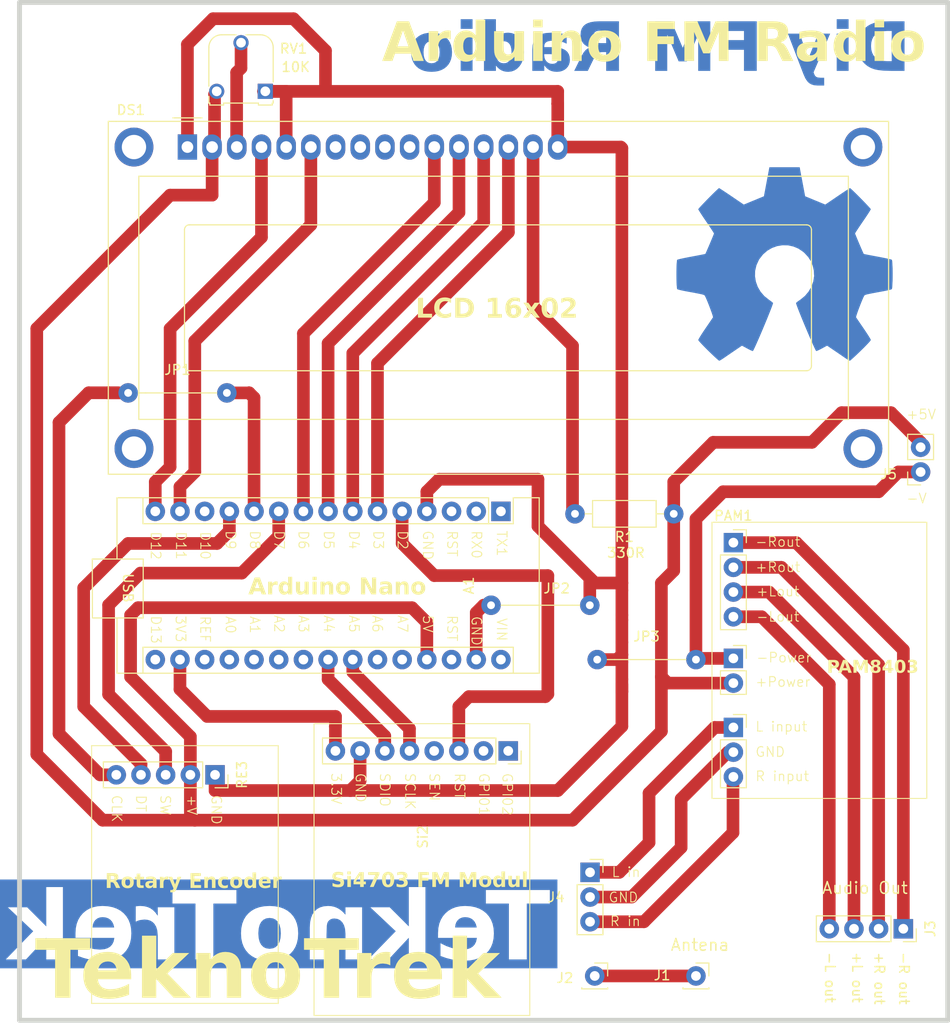
<source format=kicad_pcb>
(kicad_pcb (version 20240108) (generator "pcbnew") (generator_version "8.0")
  (title_block (title "https://www.youtube.com/watch?v=up5PCYIprFo") (date "2024-10-07") (company "https://www.youtube.com/watch?v=up5PCYIprFo"))
  (layers (0 "F.Cu" signal) (31 "B.Cu" signal) (34 "B.Paste" user) (35 "F.Paste" user) (36 "B.SilkS" user "B.Silkscreen") (37 "F.SilkS" user "F.Silkscreen") (38 "B.Mask" user) (39 "F.Mask" user) (44 "Edge.Cuts" user))
  (net 0 "")
  (net 1 "Net-(A1-D4)")
  (net 6 "Net-(A1-D5)")
  (net 7 "Net-(A1-D6)")
  (net 11 "Net-(A1-D11)")
  (net 17 "Net-(A1-D3)")
  (net 21 "Net-(A1-D12)")
  (net 22 "Net-(DS1-VO)")
  (net 23 "Net-(DS1-LED(+))")
  (net 30 "Net-(A1-3V3)")
  (net 31 "Net-(A1-A4)")
  (net 32 "Net-(A1-A5)")
  (net 33 "Net-(A1-D2)")
  (net 34 "Net-(A1-D7)")
  (net 35 "Net-(A1-D8)")
  (net 36 "Net-(A1-D9)")
  (net 37 "Net-(JP1-A)")
  (net 38 "Net-(DS1-LED(-))")
  (net 39 "Net-(A1-+5V)")
  (net 40 "Net-(JP2-A)")
  (net 41 "Net-(J1-Pin_1)")
  (net 42 "Net-(J3-Pin_3)")
  (net 43 "Net-(J3-Pin_2)")
  (net 44 "Net-(J3-Pin_4)")
  (net 45 "Net-(J3-Pin_1)")
  (net 46 "Net-(J4-Pin_1)")
  (net 47 "Net-(J4-Pin_3)")
  (net 48 "Net-(J4-Pin_2)")
  (net 49 "Net-(J5-Pin_1)")
  (footprint "Display:WC1602A" (layer "F.Cu") (at 97.286 47.62054)
    (property "Reference" "DS1" (at -5.82 -3.81 0) (layer "F.SilkS"))
    (property "Value" "WC1602A")
    (pad "" thru_hole circle (at -5.4991 0) (size 4 4) (drill 2.5) (layers "*.Cu" "*.Mask"))
    (pad "" thru_hole circle (at -5.4991 31.0007) (size 4 4) (drill 2.5) (layers "*.Cu" "*.Mask"))
    (pad "" thru_hole circle (at 69.49948 31.0007) (size 4 4) (drill 2.5) (layers "*.Cu" "*.Mask"))
    (pad "" thru_hole circle (at 69.5 0) (size 4 4) (drill 2.5) (layers "*.Cu" "*.Mask"))
    (pad "1" thru_hole rect (at 0 0) (size 2 2.6) (drill 1.2) (layers "*.Cu" "*.Mask") (net 38 "Net-(DS1-LED(-))"))
    (pad "2" thru_hole oval (at 2.54 0) (size 2 2.6) (drill 1.2) (layers "*.Cu" "*.Mask") (net 39 "Net-(A1-+5V)"))
    (pad "3" thru_hole oval (at 5.08 0) (size 2 2.6) (drill 1.2) (layers "*.Cu" "*.Mask") (net 22 "Net-(DS1-VO)"))
    (pad "4" thru_hole oval (at 7.62 0) (size 2 2.6) (drill 1.2) (layers "*.Cu" "*.Mask") (net 21 "Net-(A1-D12)"))
    (pad "5" thru_hole oval (at 10.16 0) (size 2 2.6) (drill 1.2) (layers "*.Cu" "*.Mask") (net 38 "Net-(DS1-LED(-))"))
    (pad "6" thru_hole oval (at 12.7 0) (size 2 2.6) (drill 1.2) (layers "*.Cu" "*.Mask") (net 11 "Net-(A1-D11)"))
    (pad "7" thru_hole oval (at 15.24 0) (size 2 2.6) (drill 1.2) (layers "*.Cu" "*.Mask"))
    (pad "8" thru_hole oval (at 17.78 0) (size 2 2.6) (drill 1.2) (layers "*.Cu" "*.Mask"))
    (pad "9" thru_hole oval (at 20.32 0) (size 2 2.6) (drill 1.2) (layers "*.Cu" "*.Mask"))
    (pad "10" thru_hole oval (at 22.86 0) (size 2 2.6) (drill 1.2) (layers "*.Cu" "*.Mask"))
    (pad "11" thru_hole oval (at 25.4 0) (size 2 2.6) (drill 1.2) (layers "*.Cu" "*.Mask") (net 7 "Net-(A1-D6)"))
    (pad "12" thru_hole oval (at 27.94 0) (size 2 2.6) (drill 1.2) (layers "*.Cu" "*.Mask") (net 6 "Net-(A1-D5)"))
    (pad "13" thru_hole oval (at 30.48 0) (size 2 2.6) (drill 1.2) (layers "*.Cu" "*.Mask") (net 1 "Net-(A1-D4)"))
    (pad "14" thru_hole oval (at 33.02 0) (size 2 2.6) (drill 1.2) (layers "*.Cu" "*.Mask") (net 17 "Net-(A1-D3)"))
    (pad "15" thru_hole oval (at 35.56 0) (size 2 2.6) (drill 1.2) (layers "*.Cu" "*.Mask") (net 23 "Net-(DS1-LED(+))"))
    (pad "16" thru_hole oval (at 38.1 0) (size 2 2.6) (drill 1.2) (layers "*.Cu" "*.Mask") (net 38 "Net-(DS1-LED(-))"))
  )
  (footprint "Connector_PinSocket_2.54mm:PinSocket_1x01_P2.54mm_Vertical" (layer "F.Cu") (at 139.192 132.842)
    (property "Reference" "J2" (at -3.067 0.208 0) (layer "F.SilkS"))
    (property "Value" "Conn_01x01_Pin" (hide yes))
    (pad "1" thru_hole circle (at 0 0) (size 2 2) (drill 1) (layers "*.Cu" "*.Mask") (net 41 "Net-(J1-Pin_1)"))
  )
  (footprint "Resistor_THT:R_Axial_DIN0207_L6.3mm_D2.5mm_P10.16mm_Horizontal" (layer "F.Cu") (at 147.32 85.33004 180)
    (property "Reference" "R1" (at 5.08 -2.37 180) (layer "F.SilkS"))
    (property "Value" "R")
    (pad "1" thru_hole circle (at 0 0 180) (size 2 2) (drill 0.8) (layers "*.Cu" "*.Mask") (net 39 "Net-(A1-+5V)"))
    (pad "2" thru_hole circle (at 10.16 0 180) (size 2 2) (drill 0.8) (layers "*.Cu" "*.Mask") (net 23 "Net-(DS1-LED(+))"))
  )
  (footprint "Potentiometer_THT:Potentiometer_Runtron_RM-065_Vertical" (layer "F.Cu") (at 105.3 41.89 180)
    (property "Reference" "RV1" (at -2.9 4.39 0) (layer "F.SilkS"))
    (property "Value" "R_Potentiometer")
    (pad "1" thru_hole rect (at 0 0 180) (size 1.56 1.56) (drill 1) (layers "*.Cu" "*.Mask") (net 39 "Net-(A1-+5V)"))
    (pad "2" thru_hole circle (at 2.5 5 180) (size 1.56 1.56) (drill 1) (layers "*.Cu" "*.Mask") (net 22 "Net-(DS1-VO)"))
    (pad "3" thru_hole circle (at 5 0 180) (size 1.56 1.56) (drill 1) (layers "*.Cu" "*.Mask") (net 38 "Net-(DS1-LED(-))"))
  )
  (footprint "YeniFoot:Jumper_Atlama" (layer "F.Cu") (at 128.524 94.72804)
    (property "Reference" "JP2" (at 6.751 -1.72804 0) (layer "F.SilkS"))
    (property "Value" "Jumper_2_Bridged" (hide yes))
    (pad "1" thru_hole circle (at 0 0) (size 2 2) (drill 0.8) (layers "*.Cu" "*.Mask") (net 40 "Net-(JP2-A)"))
    (pad "2" thru_hole circle (at 10.16 0) (size 2 2) (drill 0.8) (layers "*.Cu" "*.Mask") (net 38 "Net-(DS1-LED(-))"))
  )
  (footprint "YeniFoot:Jumper_Atlama" (layer "F.Cu") (at 139.446 100.31604)
    (property "Reference" "JP3" (at 5.08 -2.37 0) (layer "F.SilkS"))
    (property "Value" "Jumper_2_Bridged" (hide yes))
    (pad "1" thru_hole circle (at 0 0) (size 2 2) (drill 0.8) (layers "*.Cu" "*.Mask") (net 38 "Net-(DS1-LED(-))"))
    (pad "2" thru_hole circle (at 10.16 0) (size 2 2) (drill 0.8) (layers "*.Cu" "*.Mask") (net 49 "Net-(J5-Pin_1)"))
  )
  (footprint "Connector_PinSocket_2.54mm:PinSocket_1x01_P2.54mm_Vertical" (layer "F.Cu") (at 149.606 132.842)
    (property "Reference" "J1" (at -3.481 -0.067 0) (layer "F.SilkS"))
    (property "Value" "Conn_01x01_Pin" (hide yes))
    (pad "1" thru_hole circle (at 0 0) (size 2 2) (drill 1) (layers "*.Cu" "*.Mask") (net 41 "Net-(J1-Pin_1)"))
  )
  (footprint "Library:Arduino_Nano_VER2" (layer "F.Cu") (at 129.54 85.07604 -90)
    (property "Reference" "A1" (at 7.62 3.302 90) (layer "F.SilkS"))
    (property "Value" "Arduino_Nano" (hide yes))
    (fp_text user "A3" (at 10.6 20.9 -90) (layer "F.SilkS") (effects (font (thickness 0.1)) (justify left bottom)))
    (fp_text user "3V3" (at 10.65 33.54 -90) (layer "F.SilkS") (effects (font (thickness 0.1)) (justify left bottom)))
    (fp_text user "5V" (at 10.6 8.1 -90) (layer "F.SilkS") (effects (font (thickness 0.1)) (justify left bottom)))
    (fp_text user "D13" (at 10.65 36.08 -90) (layer "F.SilkS") (effects (font (thickness 0.1)) (justify left bottom)))
    (fp_text user "A0" (at 10.7 28.4 -90) (layer "F.SilkS") (effects (font (thickness 0.1)) (justify left bottom)))
    (fp_text user "VIN" (at 10.9 0.5 -90) (layer "F.SilkS") (effects (font (thickness 0.1)) (justify left bottom)))
    (fp_text user "D4" (at 1.9 15.7 -90) (layer "F.SilkS") (effects (font (thickness 0.1)) (justify left bottom)))
    (fp_text user "A5" (at 10.6 15.7 -90) (layer "F.SilkS") (effects (font (thickness 0.1)) (justify left bottom)))
    (fp_text user "RST" (at 1.9 5.6 -90) (layer "F.SilkS") (effects (font (thickness 0.1)) (justify left bottom)))
    (fp_text user "D6" (at 1.9 20.9 -90) (layer "F.SilkS") (effects (font (thickness 0.1)) (justify left bottom)))
    (fp_text user "D5" (at 1.9 18.3 -90) (layer "F.SilkS") (effects (font (thickness 0.1)) (justify left bottom)))
    (fp_text user "A2" (at 10.6 23.4 -90) (layer "F.SilkS") (effects (font (thickness 0.1)) (justify left bottom)))
    (fp_text user "A1" (at 10.7 25.9 -90) (layer "F.SilkS") (effects (font (thickness 0.1)) (justify left bottom)))
    (fp_text user "TX1" (at 1.9 0.5 -90) (layer "F.SilkS") (effects (font (thickness 0.1)) (justify left bottom)))
    (fp_text user "D12" (at 2 36.1 -90) (layer "F.SilkS") (effects (font (thickness 0.1)) (justify left bottom)))
    (fp_text user "D10" (at 2 31 -90) (layer "F.SilkS") (effects (font (thickness 0.1)) (justify left bottom)))
    (fp_text user "D11" (at 2 33.5 -90) (layer "F.SilkS") (effects (font (thickness 0.1)) (justify left bottom)))
    (fp_text user "A4" (at 10.6 18.3 -90) (layer "F.SilkS") (effects (font (thickness 0.1)) (justify left bottom)))
    (fp_text user "RST" (at 10.6 5.6 -90) (layer "F.SilkS") (effects (font (thickness 0.1)) (justify left bottom)))
    (fp_text user "D3" (at 1.9 13.2 -90) (layer "F.SilkS") (effects (font (thickness 0.1)) (justify left bottom)))
    (fp_text user "GND" (at 1.9 8.1 -90) (layer "F.SilkS") (effects (font (thickness 0.1)) (justify left bottom)))
    (fp_text user "USB" (at 7.87 38.37 -90) (layer "F.SilkS"))
    (fp_text user "REF" (at 10.67 31.01 -90) (layer "F.SilkS") (effects (font (thickness 0.1)) (justify left bottom)))
    (fp_text user "A7" (at 10.6 10.7 -90) (layer "F.SilkS") (effects (font (thickness 0.1)) (justify left bottom)))
    (fp_text user "D8" (at 1.9 25.9 -90) (layer "F.SilkS") (effects (font (thickness 0.1)) (justify left bottom)))
    (fp_text user "D7" (at 1.9 23.4 -90) (layer "F.SilkS") (effects (font (thickness 0.1)) (justify left bottom)))
    (fp_text user "A6" (at 10.6 13.3 -90) (layer "F.SilkS") (effects (font (thickness 0.1)) (justify left bottom)))
    (fp_text user "D9" (at 1.9 28.4 -90) (layer "F.SilkS") (effects (font (thickness 0.1)) (justify left bottom)))
    (fp_text user "GND" (at 10.7 3.1 -90) (layer "F.SilkS") (effects (font (thickness 0.1)) (justify left bottom)))
    (fp_text user "D2" (at 1.9 10.7 -90) (layer "F.SilkS") (effects (font (thickness 0.1)) (justify left bottom)))
    (fp_text user "RX0" (at 1.9 3.1 -90) (layer "F.SilkS") (effects (font (thickness 0.1)) (justify left bottom)))
    (pad "1" thru_hole rect (at 0 0 270) (size 2 2) (drill 1) (layers "*.Cu" "*.Mask"))
    (pad "2" thru_hole circle (at 0 2.54 270) (size 2 2) (drill 1) (layers "*.Cu" "*.Mask"))
    (pad "3" thru_hole circle (at 0 5.08 270) (size 2 2) (drill 1) (layers "*.Cu" "*.Mask"))
    (pad "4" thru_hole circle (at 0 7.62 270) (size 2 2) (drill 1) (layers "*.Cu" "*.Mask") (net 38 "Net-(DS1-LED(-))"))
    (pad "5" thru_hole circle (at 0 10.16 270) (size 2 2) (drill 1) (layers "*.Cu" "*.Mask") (net 33 "Net-(A1-D2)"))
    (pad "6" thru_hole circle (at 0 12.7 270) (size 2 2) (drill 1) (layers "*.Cu" "*.Mask") (net 17 "Net-(A1-D3)"))
    (pad "7" thru_hole circle (at 0 15.24 270) (size 2 2) (drill 1) (layers "*.Cu" "*.Mask") (net 1 "Net-(A1-D4)"))
    (pad "8" thru_hole circle (at 0 17.78 270) (size 2 2) (drill 1) (layers "*.Cu" "*.Mask") (net 6 "Net-(A1-D5)"))
    (pad "9" thru_hole circle (at 0 20.32 270) (size 2 2) (drill 1) (layers "*.Cu" "*.Mask") (net 7 "Net-(A1-D6)"))
    (pad "10" thru_hole circle (at 0 22.86 270) (size 2 2) (drill 1) (layers "*.Cu" "*.Mask") (net 34 "Net-(A1-D7)"))
    (pad "11" thru_hole circle (at 0 25.4 270) (size 2 2) (drill 1) (layers "*.Cu" "*.Mask") (net 35 "Net-(A1-D8)"))
    (pad "12" thru_hole circle (at 0 27.94 270) (size 2 2) (drill 1) (layers "*.Cu" "*.Mask") (net 36 "Net-(A1-D9)"))
    (pad "13" thru_hole circle (at 0 30.48 270) (size 2 2) (drill 1) (layers "*.Cu" "*.Mask"))
    (pad "14" thru_hole circle (at 0 33.02 270) (size 2 2) (drill 1) (layers "*.Cu" "*.Mask") (net 11 "Net-(A1-D11)"))
    (pad "15" thru_hole circle (at 0 35.56 270) (size 2 2) (drill 1) (layers "*.Cu" "*.Mask") (net 21 "Net-(A1-D12)"))
    (pad "16" thru_hole circle (at 15.24 35.56 270) (size 2 2) (drill 1) (layers "*.Cu" "*.Mask"))
    (pad "17" thru_hole circle (at 15.24 33.02 270) (size 2 2) (drill 1) (layers "*.Cu" "*.Mask") (net 30 "Net-(A1-3V3)"))
    (pad "18" thru_hole circle (at 15.24 30.48 270) (size 2 2) (drill 1) (layers "*.Cu" "*.Mask"))
    (pad "19" thru_hole circle (at 15.24 27.94 270) (size 2 2) (drill 1) (layers "*.Cu" "*.Mask"))
    (pad "20" thru_hole circle (at 15.24 25.4 270) (size 2 2) (drill 1) (layers "*.Cu" "*.Mask"))
    (pad "21" thru_hole circle (at 15.24 22.86 270) (size 2 2) (drill 1) (layers "*.Cu" "*.Mask"))
    (pad "22" thru_hole circle (at 15.24 20.32 270) (size 2 2) (drill 1) (layers "*.Cu" "*.Mask"))
    (pad "23" thru_hole circle (at 15.24 17.78 270) (size 2 2) (drill 1) (layers "*.Cu" "*.Mask") (net 31 "Net-(A1-A4)"))
    (pad "24" thru_hole circle (at 15.24 15.24 270) (size 2 2) (drill 1) (layers "*.Cu" "*.Mask") (net 32 "Net-(A1-A5)"))
    (pad "25" thru_hole circle (at 15.24 12.7 270) (size 2 2) (drill 1) (layers "*.Cu" "*.Mask"))
    (pad "26" thru_hole circle (at 15.24 10.16 270) (size 2 2) (drill 1) (layers "*.Cu" "*.Mask"))
    (pad "27" thru_hole circle (at 15.24 7.62 270) (size 2 2) (drill 1) (layers "*.Cu" "*.Mask") (net 39 "Net-(A1-+5V)"))
    (pad "28" thru_hole circle (at 15.24 5.08 270) (size 2 2) (drill 1) (layers "*.Cu" "*.Mask"))
    (pad "29" thru_hole circle (at 15.24 2.54 270) (size 2 2) (drill 1) (layers "*.Cu" "*.Mask") (net 40 "Net-(JP2-A)"))
    (pad "30" thru_hole circle (at 15.24 0 270) (size 2 2) (drill 1) (layers "*.Cu" "*.Mask"))
  )
  (footprint "YeniFoot:Jumper_Atlama" (layer "F.Cu") (at 91.186 72.898)
    (property "Reference" "JP1" (at 5.08 -2.37 0) (layer "F.SilkS"))
    (property "Value" "Jumper_2_Bridged" (hide yes))
    (pad "1" thru_hole circle (at 0 0) (size 2 2) (drill 0.8) (layers "*.Cu" "*.Mask") (net 37 "Net-(JP1-A)"))
    (pad "2" thru_hole circle (at 10.16 0) (size 2 2) (drill 0.8) (layers "*.Cu" "*.Mask") (net 35 "Net-(A1-D8)"))
  )
  (footprint "Library:GF1002" (layer "F.Cu") (at 153.456 88.29304)
    (property "Reference" "PAM1" (at 0 -2.77 0) (layer "F.SilkS"))
    (property "Value" "PAM8403" (hide yes))
    (fp_text user "PAM8403" (at 9.612 13.6 0) (layer "F.SilkS") (effects (font (size 1.3 1.3) (thickness 0.1)) (justify left bottom)))
    (fp_text user "-Rout" (at 2.2 0.5 0) (layer "F.SilkS") (effects (font (thickness 0.1)) (justify left bottom)))
    (fp_text user "+Power" (at 2.2 14.9 0) (layer "F.SilkS") (effects (font (thickness 0.1)) (justify left bottom)))
    (fp_text user "+Lout" (at 2.3 5.6 0) (layer "F.SilkS") (effects (font (thickness 0.1)) (justify left bottom)))
    (fp_text user "-Lout" (at 2.3 8.2 0) (layer "F.SilkS") (effects (font (thickness 0.1)) (justify left bottom)))
    (fp_text user "+Rout" (at 2.2 3.1 0) (layer "F.SilkS") (effects (font (thickness 0.1)) (justify left bottom)))
    (fp_text user "-Power" (at 2.3 12.4 0) (layer "F.SilkS") (effects (font (thickness 0.1)) (justify left bottom)))
    (fp_text user "R input" (at 2.2 24.6 0) (layer "F.SilkS") (effects (font (thickness 0.1)) (justify left bottom)))
    (fp_text user "GND" (at 2.2 22.1 0) (layer "F.SilkS") (effects (font (thickness 0.1)) (justify left bottom)))
    (fp_text user "L input" (at 2.2 19.5 0) (layer "F.SilkS") (effects (font (thickness 0.1)) (justify left bottom)))
    (pad "1" thru_hole rect (at 0 0) (size 2 2) (drill 1) (layers "*.Cu" "*.Mask") (net 45 "Net-(J3-Pin_1)"))
    (pad "2" thru_hole circle (at 0 2.54) (size 2 2) (drill 1) (layers "*.Cu" "*.Mask") (net 43 "Net-(J3-Pin_2)"))
    (pad "3" thru_hole circle (at 0 5.08) (size 2 2) (drill 1) (layers "*.Cu" "*.Mask") (net 42 "Net-(J3-Pin_3)"))
    (pad "4" thru_hole circle (at 0 7.62) (size 2 2) (drill 1) (layers "*.Cu" "*.Mask") (net 44 "Net-(J3-Pin_4)"))
    (pad "5" thru_hole rect (at 0 11.9) (size 2 2) (drill 1) (layers "*.Cu" "*.Mask") (net 49 "Net-(J5-Pin_1)"))
    (pad "6" thru_hole circle (at 0 14.44) (size 2 2) (drill 1) (layers "*.Cu" "*.Mask") (net 39 "Net-(A1-+5V)"))
    (pad "7" thru_hole rect (at 0 19) (size 2 2) (drill 1) (layers "*.Cu" "*.Mask") (net 46 "Net-(J4-Pin_1)"))
    (pad "8" thru_hole circle (at 0 21.54) (size 2 2) (drill 1) (layers "*.Cu" "*.Mask") (net 48 "Net-(J4-Pin_2)"))
    (pad "9" thru_hole circle (at 0 24.08) (size 2 2) (drill 1) (layers "*.Cu" "*.Mask") (net 47 "Net-(J4-Pin_3)"))
  )
  (footprint "Library:Si4703" (layer "F.Cu") (at 132.112 109.60604 180)
    (property "Reference" "Si2" (at 10.612 -8.94396 -90) (layer "F.SilkS"))
    (property "Value" "Si4703 FM Module" (hide yes))
    (fp_text user "Si4703 FM Modul" (at 20.062 -14.34396 0) (layer "F.SilkS") (effects (font (size 1.5 1.5) (thickness 0.1)) (justify left bottom)))
    (fp_text user "RST" (at 7.4 -2.3 -90) (layer "F.SilkS") (effects (font (thickness 0.1)) (justify left bottom)))
    (fp_text user "SCLK" (at 12.5 -2.3 -90) (layer "F.SilkS") (effects (font (thickness 0.1)) (justify left bottom)))
    (fp_text user "3.3V" (at 20.1 -2.3 -90) (layer "F.SilkS") (effects (font (thickness 0.1)) (justify left bottom)))
    (fp_text user "GPI01" (at 4.9 -2.3 -90) (layer "F.SilkS") (effects (font (thickness 0.1)) (justify left bottom)))
    (fp_text user "SDIO" (at 15.1 -2.3 -90) (layer "F.SilkS") (effects (font (thickness 0.1)) (justify left bottom)))
    (fp_text user "SEN" (at 10 -2.3 -90) (layer "F.SilkS") (effects (font (thickness 0.1)) (justify left bottom)))
    (fp_text user "GPI02" (at 2.5 -2.3 -90) (layer "F.SilkS") (effects (font (thickness 0.1)) (justify left bottom)))
    (fp_text user "GND" (at 17.6 -2.3 -90) (layer "F.SilkS") (effects (font (thickness 0.1)) (justify left bottom)))
    (pad "1" thru_hole rect (at 1.82 -0.1 270) (size 2 2) (drill 1) (layers "*.Cu" "*.Mask"))
    (pad "2" thru_hole circle (at 4.36 -0.1 270) (size 2 2) (drill 1) (layers "*.Cu" "*.Mask"))
    (pad "3" thru_hole circle (at 6.9 -0.1 270) (size 2 2) (drill 1) (layers "*.Cu" "*.Mask") (net 33 "Net-(A1-D2)"))
    (pad "4" thru_hole circle (at 9.44 -0.1 270) (size 2 2) (drill 1) (layers "*.Cu" "*.Mask"))
    (pad "5" thru_hole circle (at 11.98 -0.1 270) (size 2 2) (drill 1) (layers "*.Cu" "*.Mask") (net 32 "Net-(A1-A5)"))
    (pad "6" thru_hole circle (at 14.52 -0.1 270) (size 2 2) (drill 1) (layers "*.Cu" "*.Mask") (net 31 "Net-(A1-A4)"))
    (pad "7" thru_hole circle (at 17.06 -0.1 270) (size 2 2) (drill 1) (layers "*.Cu" "*.Mask") (net 38 "Net-(DS1-LED(-))"))
    (pad "8" thru_hole circle (at 19.6 -0.1 270) (size 2 2) (drill 1) (layers "*.Cu" "*.Mask") (net 30 "Net-(A1-3V3)"))
  )
  (footprint "Connector_PinSocket_2.54mm:PinSocket_1x03_P2.54mm_Vertical" (layer "F.Cu") (at 138.709 122.189)
    (property "Reference" "J4" (at -3.484 2.561 0) (layer "F.SilkS"))
    (property "Value" "Conn_01x03_Pin" (hide yes))
    (pad "1" thru_hole rect (at 0 0) (size 2 2) (drill 1) (layers "*.Cu" "*.Mask") (net 46 "Net-(J4-Pin_1)"))
    (pad "2" thru_hole circle (at 0 2.54) (size 2 2) (drill 1) (layers "*.Cu" "*.Mask") (net 48 "Net-(J4-Pin_2)"))
    (pad "3" thru_hole circle (at 0 5.08) (size 2 2) (drill 1) (layers "*.Cu" "*.Mask") (net 47 "Net-(J4-Pin_3)"))
  )
  (footprint "Connector_PinSocket_2.54mm:PinSocket_1x02_P2.54mm_Vertical" (layer "F.Cu") (at 172.72 81.026 180)
    (property "Reference" "J5" (at 3.294 -0.23454 180) (layer "F.SilkS"))
    (property "Value" "Conn_01x02_Pin" (hide yes))
    (pad "1" thru_hole circle (at 0 0 180) (size 2 2) (drill 1) (layers "*.Cu" "*.Mask") (net 49 "Net-(J5-Pin_1)"))
    (pad "2" thru_hole circle (at 0 2.54 180) (size 2 2) (drill 1) (layers "*.Cu" "*.Mask") (net 39 "Net-(A1-+5V)"))
  )
  (footprint "Library:Rotary_Encoder_Modul_Footer" (layer "F.Cu") (at 101.928 112.16404 180)
    (property "Reference" "RE3" (at -0.97 0 -90) (layer "F.SilkS"))
    (property "Value" "R. Encoder Modul" (hide yes))
    (fp_text user "GND" (at 2.25 -2 -90) (layer "F.SilkS") (effects (font (thickness 0.1)) (justify left bottom)))
    (fp_text user "SW" (at 7.5 -2 -90) (layer "F.SilkS") (effects (font (thickness 0.1)) (justify left bottom)))
    (fp_text user "Rotary Encoder" (at 13.128 -11.88596 0) (layer "F.SilkS") (effects (font (size 1.5 1.5) (thickness 0.1)) (justify left bottom)))
    (fp_text user "CLK" (at 12.5 -2 -90) (layer "F.SilkS") (effects (font (thickness 0.1)) (justify left bottom)))
    (fp_text user "DT" (at 10 -2 -90) (layer "F.SilkS") (effects (font (thickness 0.1)) (justify left bottom)))
    (fp_text user "+V" (at 4.75 -2 -90) (layer "F.SilkS") (effects (font (thickness 0.1)) (justify left bottom)))
    (pad "1" thru_hole rect (at 1.8 0 270) (size 2 2) (drill 1) (layers "*.Cu" "*.Mask") (net 38 "Net-(DS1-LED(-))"))
    (pad "2" thru_hole circle (at 4.34 0 270) (size 2 2) (drill 1) (layers "*.Cu" "*.Mask") (net 39 "Net-(A1-+5V)"))
    (pad "3" thru_hole circle (at 6.88 0 270) (size 2 2) (drill 1) (layers "*.Cu" "*.Mask") (net 34 "Net-(A1-D7)"))
    (pad "4" thru_hole circle (at 9.42 0 270) (size 2 2) (drill 1) (layers "*.Cu" "*.Mask") (net 36 "Net-(A1-D9)"))
    (pad "5" thru_hole circle (at 11.96 0 270) (size 2 2) (drill 1) (layers "*.Cu" "*.Mask") (net 37 "Net-(JP1-A)"))
  )
  (footprint "Connector_PinSocket_2.54mm:PinSocket_1x04_P2.54mm_Vertical" (layer "F.Cu") (at 170.942 127.991 -90)
    (property "Reference" "J3" (at 0 -2.77 90) (layer "F.SilkS"))
    (property "Value" "Conn_01x04_Pin" (hide yes))
    (pad "1" thru_hole rect (at 0 0 270) (size 2 2) (drill 1) (layers "*.Cu" "*.Mask") (net 45 "Net-(J3-Pin_1)"))
    (pad "2" thru_hole circle (at 0 2.54 270) (size 2 2) (drill 1) (layers "*.Cu" "*.Mask") (net 43 "Net-(J3-Pin_2)"))
    (pad "3" thru_hole circle (at 0 5.08 270) (size 2 2) (drill 1) (layers "*.Cu" "*.Mask") (net 42 "Net-(J3-Pin_3)"))
    (pad "4" thru_hole circle (at 0 7.62 270) (size 2 2) (drill 1) (layers "*.Cu" "*.Mask") (net 44 "Net-(J3-Pin_4)"))
  )
  (footprint "Symbol:OSHW-Symbol_22.3x20mm_Copper" (layer "B.Cu") (at 158.75 59.69 180)
    (property "Reference" "REF**" (hide yes))
    (property "Value" "OSHW-Symbol_22.3x20mm_Copper" (hide yes))
    (fp_poly (pts (xy 1.866338 8.498934) (xy 2.147794 7.005955) (xy 3.186327 6.577837) (xy 4.224861 6.14972) (xy 5.470755 6.996919) (xy 5.81967 7.232807) (xy 6.135071 7.443425) (xy 6.402239 7.619155) (xy 6.606456 7.750383) (xy 6.733004 7.827492) (xy 6.767467 7.844118) (xy 6.829552 7.801357) (xy 6.962221 7.683141) (xy 7.150601 7.504572) (xy 7.379825 7.28075) (xy 7.635019 7.026778) (xy 7.901315 6.757755) (xy 8.163842 6.488783) (xy 8.407729 6.234963) (xy 8.618105 6.011397) (xy 8.780101 5.833186) (xy 8.878845 5.71543) (xy 8.902451 5.676021) (xy 8.868478 5.603368) (xy 8.773234 5.444199) (xy 8.626735 5.214084) (xy 8.438993 4.928592) (xy 8.220022 4.603291) (xy 8.093137 4.417748) (xy 7.861863 4.078946) (xy 7.656352 3.773211) (xy 7.486575 3.515763) (xy 7.362502 3.321819) (xy 7.294102 3.206598) (xy 7.283823 3.182384) (xy 7.307124 3.113567) (xy 7.370637 2.953181) (xy 7.464779 2.723777) (xy 7.579966 2.447904) (xy 7.706617 2.148113) (xy 7.835148 1.846954) (xy 7.955975 1.566978) (xy 8.059515 1.330734) (xy 8.136186 1.160772) (xy 8.176405 1.079643) (xy 8.178779 1.07645) (xy 8.24193 1.060959) (xy 8.410115 1.0264) (xy 8.6659 0.97617) (xy 8.991853 0.913666) (xy 9.370541 0.842286) (xy 9.591485 0.801123) (xy 9.996132 0.724079) (xy 10.361624 0.650767) (xy 10.669468 0.585198) (xy 10.901174 0.531385) (xy 11.038253 0.493339) (xy 11.065809 0.481268) (xy 11.092797 0.399565) (xy 11.114573 0.215039) (xy 11.131151 -0.05073) (xy 11.142546 -0.376166) (xy 11.148773 -0.73969) (xy 11.149845 -1.119725) (xy 11.145779 -1.494692) (xy 11.136589 -1.843014) (xy 11.122289 -2.143113) (xy 11.102895 -2.373411) (xy 11.078421 -2.512329) (xy 11.063742 -2.541249) (xy 10.975998 -2.575913) (xy 10.790072 -2.62547) (xy 10.530558 -2.684098) (xy 10.222049 -2.745976) (xy 10.114355 -2.765994) (xy 9.595119 -2.861102) (xy 9.18496 -2.937697) (xy 8.870325 -2.998821) (xy 8.637663 -3.047521) (xy 8.473419 -3.086839) (xy 8.364043 -3.11982) (xy 8.295981 -3.149509) (xy 8.255681 -3.17895) (xy 8.250043 -3.184769) (xy 8.193758 -3.278499) (xy 8.107895 -3.460911) (xy 8.001029 -3.709667) (xy 7.881731 -4.002432) (xy 7.758576 -4.316869) (xy 7.640138 -4.630641) (xy 7.534988 -4.921412) (xy 7.451702 -5.166846) (xy 7.398853 -5.344606) (xy 7.385013 -5.432355) (xy 7.386167 -5.435429) (xy 7.43306 -5.507152) (xy 7.539442 -5.664962) (xy 7.694133 -5.892432) (xy 7.885955 -6.173137) (xy 8.103728 -6.49065) (xy 8.165747 -6.580881) (xy 8.386882 -6.908006) (xy 8.581472 -7.206477) (xy 8.738915 -7.459153) (xy 8.848613 -7.648896) (xy 8.899964 -7.758567) (xy 8.902451 -7.772041) (xy 8.859306 -7.842859) (xy 8.74009 -7.983151) (xy 8.560127 -8.177841) (xy 8.334743 -8.41185) (xy 8.079264 -8.670101) (xy 7.809015 -8.937515) (xy 7.539322 -9.199014) (xy 7.28551 -9.439522) (xy 7.062906 -9.64396) (xy 6.886834 -9.79725) (xy 6.77262 -9.884314) (xy 6.741024 -9.898529) (xy 6.667479 -9.865048) (xy 6.516904 -9.774748) (xy 6.313825 -9.642839) (xy 6.157577 -9.536667) (xy 5.874463 -9.34185) (xy 5.539187 -9.11246) (xy 5.202888 -8.883438) (xy 5.022083 -8.760865) (xy 4.410097 -8.346925) (xy 3.896377 -8.624688) (xy 3.66234 -8.74637) (xy 3.463326 -8.840951) (xy 3.328669 -8.894895) (xy 3.294393 -8.902402) (xy 3.253176 -8.846981) (xy 3.171863 -8.690373) (xy 3.056522 -8.447021) (xy 2.913225 -8.131373) (xy 2.748041 -7.757873) (xy 2.56704 -7.340968) (xy 2.376292 -6.895104) (xy 2.181867 -6.434726) (xy 1.989835 -5.97428) (xy 1.806267 -5.528211) (xy 1.637232 -5.110967) (xy 1.4888 -4.736992) (xy 1.367042 -4.420732) (xy 1.278027 -4.176633) (xy 1.227825 -4.019141) (xy 1.219751 -3.965052) (xy 1.283742 -3.896059) (xy 1.423847 -3.784063) (xy 1.610779 -3.652334) (xy 1.626468 -3.641911) (xy 2.109613 -3.255171) (xy 2.499186 -2.803976) (xy 2.791812 -2.302755) (xy 2.984114 -1.765934) (xy 3.072717 -1.207941) (xy 3.054244 -0.643202) (xy 2.925319 -0.086146) (xy 2.682566 0.448802) (xy 2.611146 0.565842) (xy 2.239671 1.038455) (xy 1.800818 1.417971) (xy 1.309776 1.702415) (xy 0.781734 1.889814) (xy 0.231883 1.978195) (xy -0.32459 1.965582) (xy -0.872496 1.850004) (xy -1.396644 1.629486) (xy -1.881846 1.302054) (xy -2.031933 1.169157) (xy -2.413912 0.753153) (xy -2.692256 0.31522) (xy -2.883191 -0.175664) (xy -2.989532 -0.661792) (xy -3.015783 -1.208353) (xy -2.928248 -1.757628) (xy -2.735817 -2.29105) (xy -2.447382 -2.790053) (xy -2.071835 -3.236072) (xy -1.618067 -3.610541) (xy -1.558431 -3.650013) (xy -1.369496 -3.779279) (xy -1.225871 -3.89128) (xy -1.157206 -3.962791) (xy -1.156207 -3.965052) (xy -1.170949 -4.042409) (xy -1.229386 -4.217977) (xy -1.325446 -4.477313) (xy -1.453056 -4.805973) (xy -1.606144 -5.189517) (xy -1.778638 -5.613501) (xy -1.964465 -6.063483) (xy -2.157553 -6.525019) (xy -2.351829 -6.983669) (xy -2.541221 -7.424988) (xy -2.719656 -7.834535) (xy -2.881063 -8.197868) (xy -3.019368 -8.500543) (xy -3.128499 -8.728117) (xy -3.202384 -8.86615) (xy -3.232138 -8.902402) (xy -3.323056 -8.874172) (xy -3.493174 -8.798461) (xy -3.713158 -8.688799) (xy -3.834123 -8.624688) (xy -4.347842 -8.346925) (xy -4.959828 -8.760865) (xy -5.272233 -8.972923) (xy -5.614262 -9.206288) (xy -5.934778 -9.42602) (xy -6.095322 -9.536667) (xy -6.321121 -9.688294) (xy -6.512321 -9.808451) (xy -6.64398 -9.881923) (xy -6.686744 -9.897455) (xy -6.748986 -9.855556) (xy -6.886737 -9.73859) (xy -7.086642 -9.558699) (xy -7.335348 -9.32803) (xy -7.619498 -9.058725) (xy -7.79921 -8.885813) (xy -8.113621 -8.576891) (xy -8.385341 -8.300584) (xy -8.603387 -8.068712) (xy -8.756775 -7.893093) (xy -8.834521 -7.785548) (xy -8.84198 -7.763724) (xy -8.807367 -7.680708) (xy -8.711719 -7.512855) (xy -8.565645 -7.277158) (xy -8.379756 -6.990611) (xy -8.164661 -6.670207) (xy -8.103493 -6.580881) (xy -7.880613 -6.256222) (xy -7.680655 -5.963921) (xy -7.514798 -5.720404) (xy -7.394222 -5.542097) (xy -7.330106 -5.445425) (xy -7.323912 -5.435429) (xy -7.333175 -5.358386) (xy -7.382345 -5.188997) (xy -7.462849 -4.949597) (xy -7.566112 -4.662522) (xy -7.683562 -4.35011) (xy -7.806625 -4.034697) (xy -7.926728 -3.738619) (xy -8.035297 -3.484212) (xy -8.123758 -3.293814) (xy -8.183539 -3.18976) (xy -8.187788 -3.184769) (xy -8.224344 -3.155031) (xy -8.286087 -3.125623) (xy -8.386568 -3.093502) (xy -8.539341 -3.055622) (xy -8.757957 -3.00894) (xy -9.055969 -2.950411) (xy -9.44693 -2.876991) (xy -9.944392 -2.785636) (xy -10.0521 -2.765994) (xy -10.371323 -2.704318) (xy -10.649616 -2.643982) (xy -10.862386 -2.590808) (xy -10.98504 -2.550619) (xy -11.001487 -2.541249) (xy -11.028588 -2.458183) (xy -11.050617 -2.272553) (xy -11.067559 -2.005938) (xy -11.0794 -1.679917) (xy -11.086124 -1.316066) (xy -11.087716 -0.935964) (xy -11.084163 -0.561189) (xy -11.075449 -0.213318) (xy -11.061559 0.08607) (xy -11.042479 0.315397) (xy -11.018194 0.453087) (xy -11.003554 0.481268) (xy -10.922049 0.509694) (xy -10.736454 0.555941) (xy -10.46526 0.615995) (xy -10.126957 0.685846) (xy -9.740036 0.761481) (xy -9.52923 0.801123) (xy -9.129259 0.875892) (xy -8.772581 0.943625) (xy -8.476629 1.000924) (xy -8.258837 1.044393) (xy -8.136636 1.070633) (xy -8.116524 1.07645) (xy -8.082532 1.142036) (xy -8.010676 1.300012) (xy -7.910536 1.527809) (xy -7.791688 1.802858) (xy -7.663711 2.102589) (xy -7.536184 2.404433) (xy -7.418684 2.685823) (xy -7.320788 2.924187) (xy -7.252077 3.096958) (xy -7.222126 3.181566) (xy -7.221569 3.185264) (xy -7.255522 3.252008) (xy -7.350711 3.405601) (xy -7.497132 3.630779) (xy -7.684779 3.912276) (xy -7.903648 4.234826) (xy -8.030882 4.420098) (xy -8.262727 4.759808) (xy -8.468647 5.068228) (xy -8.638597 5.329757) (xy -8.762528 5.528794) (xy -8.830394 5.649734) (xy -8.840196 5.676846) (xy -8.798062 5.739951) (xy -8.681579 5.87469) (xy -8.505628 6.065969) (xy -8.285086 6.298692) (xy -8.034835 6.557764) (xy -7.769754 6.828091) (xy -7.504722 7.094577) (xy -7.254619 7.342127) (xy -7.034324 7.555646) (xy -6.858717 7.720039) (xy -6.742678 7.820211) (xy -6.703858 7.844118) (xy -6.640651 7.810502) (xy -6.489471 7.716062) (xy -6.265019 7.570412) (xy -5.981992 7.383166) (xy -5.65509 7.163937) (xy -5.4085 6.996919) (xy -4.162606 6.14972) (xy -3.124073 6.577837) (xy -2.085539 7.005955) (xy -1.804083 8.498934) (xy -1.522627 9.991912) (xy 1.584882 9.991912) (xy 1.866338 8.498934)) (stroke (width 0.01)) (fill solid) (layer "B.Cu"))
  )
  (gr_line (start 80.010041 32.75204) (end 175.514 32.75204) (stroke (width 0.5)) (layer "Edge.Cuts"))
  (gr_line (start 175.514 32.75204) (end 175.514 137.40004) (stroke (width 0.5)) (layer "Edge.Cuts"))
  (gr_line (start 80.009959 137.40004) (end 80.010041 32.75204) (stroke (width 0.5)) (layer "Edge.Cuts"))
  (gr_line (start 175.514 137.40004) (end 80.009959 137.40004) (stroke (width 0.5)) (layer "Edge.Cuts"))
  (gr_text "TeknoTrek" (at 134.62 132.334 0) (layer "B.Cu" knockout) (effects (font (size 7 7) (thickness 1) (bold yes)) (justify left bottom mirror)))
  (gr_text "Diy FM Radio" (at 171.704 40.64 0) (layer "B.Cu") (effects (font (size 5 5) (thickness 1) (bold yes)) (justify left bottom mirror)))
  (gr_text "L in" (at 140.875 122.75 0) (layer "F.SilkS") (effects (font (size 1 1) (thickness 0.1)) (justify left bottom)))
  (gr_text "Arduino Nano" (at 103.55 93.9 0) (layer "F.SilkS") (effects (font (size 1.7 1.7)) (justify left bottom)))
  (gr_text "+R out" (at 167.894 130.302 270) (layer "F.SilkS") (effects (font (size 1 1)) (justify left bottom)))
  (gr_text "330R" (at 140.375 89.925 0) (layer "F.SilkS") (effects (font (size 1 1)) (justify left bottom)))
  (gr_text "Audio Out" (at 162.5 124.5 0) (layer "F.SilkS") (effects (font (size 1.2 1.2)) (justify left bottom)))
  (gr_text "R in" (at 140.7 127.8 0) (layer "F.SilkS") (effects (font (size 1 1) (thickness 0.1)) (justify left bottom)))
  (gr_text "+L out" (at 165.608 130.302 270) (layer "F.SilkS") (effects (font (size 1 1)) (justify left bottom)))
  (gr_text "-L out" (at 162.814 130.302 270) (layer "F.SilkS") (effects (font (size 1 1)) (justify left bottom)))
  (gr_text "LCD 16x02 " (at 120.75 65.5 0) (layer "F.SilkS") (effects (font (size 2 2)) (justify left bottom)))
  (gr_text "TeknoTrek" (at 81.6 136.1 0) (layer "F.SilkS") (effects (font (size 6 6) (thickness 1) (bold yes)) (justify left bottom)))
  (gr_text "+5V" (at 171.196 75.692 0) (layer "F.SilkS") (effects (font (size 1 1) (thickness 0.1)) (justify left bottom)))
  (gr_text "Antena" (at 146.925 130.35 0) (layer "F.SilkS") (effects (font (size 1.2 1.2)) (justify left bottom)))
  (gr_text "10K" (at 106.875 39.975 0) (layer "F.SilkS") (effects (font (size 1 1)) (justify left bottom)))
  (gr_text "Arduino FM Radio" (at 117.3 39.45 0) (layer "F.SilkS") (effects (font (size 4 4) (thickness 1) (bold yes)) (justify left bottom)))
  (gr_text "GND" (at 140.55 125.35 0) (layer "F.SilkS") (effects (font (size 1 1) (thickness 0.1)) (justify left bottom)))
  (gr_text "-R out" (at 170.434 130.302 270) (layer "F.SilkS") (effects (font (size 1 1)) (justify left bottom)))
  (gr_text "-V" (at 171.196 84.328 0) (layer "F.SilkS") (effects (font (size 1 1) (thickness 0.1)) (justify left bottom)))
  (segment (start 127.766 47.62054) (end 127.766 55.35404) (width 1.3) (layer "F.Cu") (net 1))
  (segment (start 127.766 55.35404) (end 114.3 68.82004) (width 1.3) (layer "F.Cu") (net 1))
  (segment (start 114.3 68.82004) (end 114.3 85.07604) (width 1.3) (layer "F.Cu") (net 1))
  (segment (start 111.76 67.80404) (end 111.76 85.07604) (width 1.3) (layer "F.Cu") (net 6))
  (segment (start 125.226 47.62054) (end 125.226 54.33804) (width 1.3) (layer "F.Cu") (net 6))
  (segment (start 125.226 54.33804) (end 111.76 67.80404) (width 1.3) (layer "F.Cu") (net 6))
  (segment (start 122.686 53.32204) (end 109.22 66.78804) (width 1.3) (layer "F.Cu") (net 7))
  (segment (start 122.686 47.62054) (end 122.686 53.32204) (width 1.3) (layer "F.Cu") (net 7))
  (segment (start 109.22 66.78804) (end 109.22 85.07604) (width 1.3) (layer "F.Cu") (net 7))
  (segment (start 109.986 47.62054) (end 109.986 55.622) (width 1.3) (layer "F.Cu") (net 11))
  (segment (start 98.044 81.026) (end 96.52 82.55) (width 1.3) (layer "F.Cu") (net 11))
  (segment (start 98.044 67.564) (end 98.044 81.026) (width 1.3) (layer "F.Cu") (net 11))
  (segment (start 96.52 82.55) (end 96.52 85.07604) (width 1.3) (layer "F.Cu") (net 11))
  (segment (start 109.986 55.622) (end 98.044 67.564) (width 1.3) (layer "F.Cu") (net 11))
  (segment (start 116.84 69.85) (end 116.84 85.07604) (width 1.3) (layer "F.Cu") (net 17))
  (segment (start 130.306 47.62054) (end 130.306 56.384) (width 1.3) (layer "F.Cu") (net 17))
  (segment (start 130.306 56.384) (end 116.84 69.85) (width 1.3) (layer "F.Cu") (net 17))
  (segment (start 104.906 56.892) (end 95.504 66.294) (width 1.3) (layer "F.Cu") (net 21))
  (segment (start 95.504 80.518) (end 93.98 82.042) (width 1.3) (layer "F.Cu") (net 21))
  (segment (start 104.906 47.62054) (end 104.906 56.892) (width 1.3) (layer "F.Cu") (net 21))
  (segment (start 93.98 82.042) (end 93.98 85.07604) (width 1.3) (layer "F.Cu") (net 21))
  (segment (start 95.504 66.294) (end 95.504 80.518) (width 1.3) (layer "F.Cu") (net 21))
  (segment (start 102.8 39.50604) (end 102.35 39.95604) (width 1.3) (layer "F.Cu") (net 22))
  (segment (start 102.8 36.89) (end 102.8 39.50604) (width 1.3) (layer "F.Cu") (net 22))
  (segment (start 102.35 47.60454) (end 102.366 47.62054) (width 1.3) (layer "F.Cu") (net 22))
  (segment (start 102.35 39.95604) (end 102.35 47.60454) (width 1.3) (layer "F.Cu") (net 22))
  (segment (start 132.846 63.99804) (end 136.906 68.05804) (width 1.3) (layer "F.Cu") (net 23))
  (segment (start 136.906 68.05804) (end 136.906 85.07604) (width 1.3) (layer "F.Cu") (net 23))
  (segment (start 132.846 47.62054) (end 132.846 63.99804) (width 1.3) (layer "F.Cu") (net 23))
  (segment (start 132.842 47.61654) (end 132.846 47.62054) (width 1.3) (layer "F.Cu") (net 23))
  (segment (start 136.906 85.07604) (end 137.16 85.33004) (width 1.3) (layer "F.Cu") (net 23))
  (segment (start 112.522 106.15804) (end 112.522 107.17404) (width 1.3) (layer "F.Cu") (net 30))
  (segment (start 99.314 106.15804) (end 112.522 106.15804) (width 1.3) (layer "F.Cu") (net 30))
  (segment (start 96.52 103.36404) (end 99.314 106.15804) (width 1.3) (layer "F.Cu") (net 30))
  (segment (start 112.522 107.17404) (end 112.512 107.18404) (width 1.3) (layer "F.Cu") (net 30))
  (segment (start 112.512 107.18404) (end 112.512 109.70604) (width 1.3) (layer "F.Cu") (net 30))
  (segment (start 96.52 100.31604) (end 96.52 103.36404) (width 1.3) (layer "F.Cu") (net 30))
  (segment (start 117.592 108.18004) (end 111.76 102.34804) (width 1.3) (layer "F.Cu") (net 31))
  (segment (start 111.76 102.34804) (end 111.76 100.31604) (width 1.3) (layer "F.Cu") (net 31))
  (segment (start 117.592 109.70604) (end 117.592 108.18004) (width 1.3) (layer "F.Cu") (net 31))
  (segment (start 120.132 109.70604) (end 120.132 107.41804) (width 1.3) (layer "F.Cu") (net 32))
  (segment (start 120.132 107.41804) (end 114.3 101.58604) (width 1.3) (layer "F.Cu") (net 32))
  (segment (start 114.3 101.58604) (end 114.3 100.31604) (width 1.3) (layer "F.Cu") (net 32))
  (segment (start 125.212 105.15204) (end 125.212 109.70604) (width 1.3) (layer "F.Cu") (net 33))
  (segment (start 134.366 91.68004) (end 134.366 103.87204) (width 1.3) (layer "F.Cu") (net 33))
  (segment (start 122.682 91.68004) (end 134.366 91.68004) (width 1.3) (layer "F.Cu") (net 33))
  (segment (start 126.238 104.12604) (end 125.212 105.15204) (width 1.3) (layer "F.Cu") (net 33))
  (segment (start 134.112 104.12604) (end 126.238 104.12604) (width 1.3) (layer "F.Cu") (net 33))
  (segment (start 134.366 103.87204) (end 134.112 104.12604) (width 1.3) (layer "F.Cu") (net 33))
  (segment (start 119.38 88.37804) (end 122.682 91.68004) (width 1.3) (layer "F.Cu") (net 33))
  (segment (start 119.38 85.07604) (end 119.38 88.37804) (width 1.3) (layer "F.Cu") (net 33))
  (segment (start 92.456 91.42604) (end 102.87 91.42604) (width 1.3) (layer "F.Cu") (net 34))
  (segment (start 102.87 91.42604) (end 106.68 87.61604) (width 1.3) (layer "F.Cu") (net 34))
  (segment (start 89.178 103.89604) (end 89.178 94.70404) (width 1.3) (layer "F.Cu") (net 34))
  (segment (start 95.048 109.76604) (end 89.178 103.89604) (width 1.3) (layer "F.Cu") (net 34))
  (segment (start 95.048 112.16404) (end 95.048 109.76604) (width 1.3) (layer "F.Cu") (net 34))
  (segment (start 106.68 87.61604) (end 106.68 85.07604) (width 1.3) (layer "F.Cu") (net 34))
  (segment (start 89.178 94.70404) (end 92.456 91.42604) (width 1.3) (layer "F.Cu") (net 34))
  (segment (start 104.14 73.39204) (end 103.632 72.88404) (width 1.3) (layer "F.Cu") (net 35))
  (segment (start 103.632 72.88404) (end 103.61804 72.898) (width 1.3) (layer "F.Cu") (net 35))
  (segment (start 104.14 85.07604) (end 104.14 73.39204) (width 1.3) (layer "F.Cu") (net 35))
  (segment (start 103.61804 72.898) (end 101.346 72.898) (width 1.3) (layer "F.Cu") (net 35))
  (segment (start 86.614 92.95004) (end 91.186 88.37804) (width 1.3) (layer "F.Cu") (net 36))
  (segment (start 100.33 88.37804) (end 101.6 87.10804) (width 1.3) (layer "F.Cu") (net 36))
  (segment (start 101.6 87.10804) (end 101.6 85.07604) (width 1.3) (layer "F.Cu") (net 36))
  (segment (start 92.508 111.03604) (end 86.614 105.14204) (width 1.3) (layer "F.Cu") (net 36))
  (segment (start 92.508 112.16404) (end 92.508 111.03604) (width 1.3) (layer "F.Cu") (net 36))
  (segment (start 91.186 88.37804) (end 100.33 88.37804) (width 1.3) (layer "F.Cu") (net 36))
  (segment (start 86.614 105.14204) (end 86.614 92.95004) (width 1.3) (layer "F.Cu") (net 36))
  (segment (start 84.074 75.93204) (end 87.122 72.88404) (width 1.3) (layer "F.Cu") (net 37))
  (segment (start 91.186 72.898) (end 89.16796 72.898) (width 1.3) (layer "F.Cu") (net 37))
  (segment (start 88.302 112.16404) (end 84.074 107.93604) (width 1.3) (layer "F.Cu") (net 37))
  (segment (start 89.16796 72.898) (end 89.154 72.88404) (width 1.3) (layer "F.Cu") (net 37))
  (segment (start 89.154 72.88404) (end 90.17 72.88404) (width 1.3) (layer "F.Cu") (net 37))
  (segment (start 89.968 112.16404) (end 88.302 112.16404) (width 1.3) (layer "F.Cu") (net 37))
  (segment (start 84.074 107.93604) (end 84.074 75.93204) (width 1.3) (layer "F.Cu") (net 37))
  (segment (start 87.122 72.88404) (end 89.154 72.88404) (width 1.3) (layer "F.Cu") (net 37))
  (segment (start 121.92 83.04404) (end 123.19 81.77404) (width 1.3) (layer "F.Cu") (net 38))
  (segment (start 141.986 102.34804) (end 141.986 103.61804) (width 1.3) (layer "F.Cu") (net 38))
  (segment (start 99.92704 34.425) (end 108.2 34.425) (width 1.3) (layer "F.Cu") (net 38))
  (segment (start 135.382 41.89604) (end 135.382 43.16604) (width 1.3) (layer "F.Cu") (net 38))
  (segment (start 114.046 113.77804) (end 115.052 112.77204) (width 1.3) (layer "F.Cu") (net 38))
  (segment (start 105.116 41.89604) (end 135.382 41.89604) (width 1.3) (layer "F.Cu") (net 38))
  (segment (start 108.2 34.425) (end 111.49204 37.71704) (width 1.3) (layer "F.Cu") (net 38))
  (segment (start 133.35 81.77404) (end 133.35 86.60004) (width 1.3) (layer "F.Cu") (net 38))
  (segment (start 141.101 108.06704) (end 135.39 113.77804) (width 1.3) (layer "F.Cu") (net 38))
  (segment (start 141.986 100.57004) (end 141.986 102.34804) (width 1.3) (layer "F.Cu") (net 38))
  (segment (start 141.478 100.31604) (end 141.986 99.80804) (width 1.3) (layer "F.Cu") (net 38))
  (segment (start 100.128 113.77804) (end 114.046 113.77804) (width 1.3) (layer "F.Cu") (net 38))
  (segment (start 123.19 81.77404) (end 133.35 81.77404) (width 1.3) (layer "F.Cu") (net 38))
  (segment (start 111.49204 37.71704) (end 111.49204 41.64204) (width 1.3) (layer "F.Cu") (net 38))
  (segment (start 121.92 85.07604) (end 121.92 83.04404) (width 1.3) (layer "F.Cu") (net 38))
  (segment (start 139.446 100.31604) (end 141.478 100.31604) (width 1.3) (layer "F.Cu") (net 38))
  (segment (start 138.684 94.72804) (end 138.684 91.93404) (width 1.3) (layer "F.Cu") (net 38))
  (segment (start 115.052 112.77204) (end 115.052 109.70604) (width 1.3) (layer "F.Cu") (net 38))
  (segment (start 135.386 43.17004) (end 135.386 47.62054) (width 1.3) (layer "F.Cu") (net 38))
  (segment (start 141.986 47.73804) (end 141.986 92.44204) (width 1.3) (layer "F.Cu") (net 38))
  (segment (start 139.192 92.44204) (end 141.986 92.44204) (width 1.3) (layer "F.Cu") (net 38))
  (segment (start 141.986 95.74404) (end 141.986 96.25204) (width 1.3) (layer "F.Cu") (net 38))
  (segment (start 100.128 112.16404) (end 100.128 113.77804) (width 1.3) (layer "F.Cu") (net 38))
  (segment (start 141.986 103.61804) (end 141.986 107.18204) (width 1.3) (layer "F.Cu") (net 38))
  (segment (start 97.286 37.06604) (end 99.92704 34.425) (width 1.3) (layer "F.Cu") (net 38))
  (segment (start 141.986 92.44204) (end 141.986 93.20404) (width 1.3) (layer "F.Cu") (net 38))
  (segment (start 141.986 98.53804) (end 141.986 99.80804) (width 1.3) (layer "F.Cu") (net 38))
  (segment (start 141.986 107.18204) (end 141.101 108.06704) (width 1.3) (layer "F.Cu") (net 38))
  (segment (start 138.684 91.93404) (end 139.192 92.44204) (width 1.3) (layer "F.Cu") (net 38))
  (segment (start 141.8685 47.62054) (end 141.986 47.73804) (width 1.3) (layer "F.Cu") (net 38))
  (segment (start 141.986 96.25204) (end 141.986 98.53804) (width 1.3) (layer "F.Cu") (net 38))
  (segment (start 133.35 86.60004) (end 139.192 92.44204) (width 1.3) (layer "F.Cu") (net 38))
  (segment (start 135.39 113.77804) (end 114.046 113.77804) (width 1.3) (layer "F.Cu") (net 38))
  (segment (start 107.446 47.62054) (end 107.446 41.89604) (width 1.3) (layer "F.Cu") (net 38))
  (segment (start 135.382 43.16604) (end 135.386 43.17004) (width 1.3) (layer "F.Cu") (net 38))
  (segment (start 141.986 99.80804) (end 141.986 100.57004) (width 1.3) (layer "F.Cu") (net 38))
  (segment (start 141.986 93.20404) (end 141.986 95.74404) (width 1.3) (layer "F.Cu") (net 38))
  (segment (start 135.386 47.62054) (end 141.8685 47.62054) (width 1.3) (layer "F.Cu") (net 38))
  (segment (start 141.986 102.85604) (end 141.986 103.61804) (width 1.3) (layer "F.Cu") (net 38))
  (segment (start 107.446 41.89604) (end 105.116 41.89604) (width 1.3) (layer "F.Cu") (net 38))
  (segment (start 97.286 47.62054) (end 97.286 37.06604) (width 1.3) (layer "F.Cu") (net 38))
  (segment (start 146.05 107.68204) (end 146.05 102.09404) (width 1.3) (layer "F.Cu") (net 39))
  (segment (start 100.41 41.89604) (end 100.076 42.23004) (width 1.3) (layer "F.Cu") (net 39))
  (segment (start 151.384 77.978) (end 161.544 77.978) (width 1.3) (layer "F.Cu") (net 39))
  (segment (start 91.44 95.74404) (end 91.44 102.09404) (width 1.3) (layer "F.Cu") (net 39))
  (segment (start 147.32 85.33004) (end 147.32 91.17204) (width 1.3) (layer "F.Cu") (net 39))
  (segment (start 81.788 66.28004) (end 95.504 52.56404) (width 1.3) (layer "F.Cu") (net 39))
  (segment (start 164.592 74.93) (end 169.672 74.93) (width 1.3) (layer "F.Cu") (net 39))
  (segment (start 121.92 100.31604) (end 121.92 96.50604) (width 1.3) (layer "F.Cu") (net 39))
  (segment (start 147.32 82.042) (end 151.384 77.978) (width 1.3) (layer "F.Cu") (net 39))
  (segment (start 146.05 102.09404) (end 146.558 102.60204) (width 1.3) (layer "F.Cu") (net 39))
  (segment (start 146.05 92.44204) (end 146.05 102.09404) (width 1.3) (layer "F.Cu") (net 39))
  (segment (start 98.044 116.82604) (end 88.55668 116.82604) (width 1.3) (layer "F.Cu") (net 39))
  (segment (start 98.044 116.82604) (end 136.906 116.82604) (width 1.3) (layer "F.Cu") (net 39))
  (segment (start 146.689 102.73304) (end 146.558 102.60204) (width 1.3) (layer "F.Cu") (net 39))
  (segment (start 161.544 77.978) (end 164.592 74.93) (width 1.3) (layer "F.Cu") (net 39))
  (segment (start 97.588 112.16404) (end 97.588 116.37004) (width 1.3) (layer "F.Cu") (net 39))
  (segment (start 120.396 94.98204) (end 92.202 94.98204) (width 1.3) (layer "F.Cu") (net 39))
  (segment (start 81.788 110.05736) (end 81.788 66.28004) (width 1.3) (layer "F.Cu") (net 39))
  (segment (start 88.55668 116.82604) (end 81.788 110.05736) (width 1.3) (layer "F.Cu") (net 39))
  (segment (start 153.456 102.73304) (end 146.689 102.73304) (width 1.3) (layer "F.Cu") (net 39))
  (segment (start 136.906 116.82604) (end 146.05 107.68204) (width 1.3) (layer "F.Cu") (net 39))
  (segment (start 99.826 52.56404) (end 99.826 47.62054) (width 1.3) (layer "F.Cu") (net 39))
  (segment (start 92.202 94.98204) (end 91.44 95.74404) (width 1.3) (layer "F.Cu") (net 39))
  (segment (start 91.44 102.09404) (end 97.588 108.24204) (width 1.3) (layer "F.Cu") (net 39))
  (segment (start 172.72 77.978) (end 172.72 78.486) (width 1.3) (layer "F.Cu") (net 39))
  (segment (start 97.588 116.37004) (end 98.044 116.82604) (width 1.3) (layer "F.Cu") (net 39))
  (segment (start 95.504 52.56404) (end 99.826 52.56404) (width 1.3) (layer "F.Cu") (net 39))
  (segment (start 147.32 85.33004) (end 147.32 82.042) (width 1.3) (layer "F.Cu") (net 39))
  (segment (start 121.92 96.50604) (end 120.396 94.98204) (width 1.3) (layer "F.Cu") (net 39))
  (segment (start 147.32 91.17204) (end 146.05 92.44204) (width 1.3) (layer "F.Cu") (net 39))
  (segment (start 100.076 47.37054) (end 99.826 47.62054) (width 1.3) (layer "F.Cu") (net 39))
  (segment (start 97.588 108.24204) (end 97.588 112.16404) (width 1.3) (layer "F.Cu") (net 39))
  (segment (start 100.076 42.23004) (end 100.076 47.37054) (width 1.3) (layer "F.Cu") (net 39))
  (segment (start 169.672 74.93) (end 172.72 77.978) (width 1.3) (layer "F.Cu") (net 39))
  (segment (start 128.524 94.72804) (end 127.762 94.72804) (width 1.3) (layer "F.Cu") (net 40))
  (segment (start 127 95.49004) (end 127 100.31604) (width 1.3) (layer "F.Cu") (net 40))
  (segment (start 127.762 94.72804) (end 127 95.49004) (width 1.3) (layer "F.Cu") (net 40))
  (segment (start 149.606 132.842) (end 139.192 132.842) (width 1.3) (layer "F.Cu") (net 41))
  (segment (start 165.862 102.108) (end 165.862 127.991) (width 1.3) (layer "F.Cu") (net 42))
  (segment (start 157.12704 93.37304) (end 165.862 102.108) (width 1.3) (layer "F.Cu") (net 42))
  (segment (start 153.456 93.37304) (end 157.12704 93.37304) (width 1.3) (layer "F.Cu") (net 42))
  (segment (start 153.456 90.83304) (end 158.39704 90.83304) (width 1.3) (layer "F.Cu") (net 43))
  (segment (start 158.39704 90.83304) (end 168.402 100.838) (width 1.3) (layer "F.Cu") (net 43))
  (segment (start 168.402 100.838) (end 168.402 127.991) (width 1.3) (layer "F.Cu") (net 43))
  (segment (start 156.36504 95.91304) (end 163.322 102.87) (width 1.3) (layer "F.Cu") (net 44))
  (segment (start 163.322 102.87) (end 163.322 127.991) (width 1.3) (layer "F.Cu") (net 44))
  (segment (start 153.456 95.91304) (end 156.36504 95.91304) (width 1.3) (layer "F.Cu") (net 44))
  (segment (start 170.942 99.314) (end 170.942 127.991) (width 1.3) (layer "F.Cu") (net 45))
  (segment (start 153.456 88.29304) (end 159.92104 88.29304) (width 1.3) (layer "F.Cu") (net 45))
  (segment (start 159.92104 88.29304) (end 170.942 99.314) (width 1.3) (layer "F.Cu") (net 45))
  (segment (start 151.53296 107.29304) (end 153.456 107.29304) (width 1.3) (layer "F.Cu") (net 46))
  (segment (start 144.78 119.126) (end 144.78 114.046) (width 1.3) (layer "F.Cu") (net 46))
  (segment (start 138.709 122.189) (end 141.717 122.189) (width 1.3) (layer "F.Cu") (net 46))
  (segment (start 144.78 114.046) (end 151.53296 107.29304) (width 1.3) (layer "F.Cu") (net 46))
  (segment (start 141.717 122.189) (end 144.78 119.126) (width 1.3) (layer "F.Cu") (net 46))
  (segment (start 144.257 127.269) (end 153.416 118.11) (width 1.3) (layer "F.Cu") (net 47))
  (segment (start 153.416 112.41304) (end 153.456 112.37304) (width 1.3) (layer "F.Cu") (net 47))
  (segment (start 153.416 118.11) (end 153.416 112.41304) (width 1.3) (layer "F.Cu") (net 47))
  (segment (start 138.709 127.269) (end 144.257 127.269) (width 1.3) (layer "F.Cu") (net 47))
  (segment (start 142.987 124.729) (end 148.082 119.634) (width 1.3) (layer "F.Cu") (net 48))
  (segment (start 138.709 124.729) (end 142.987 124.729) (width 1.3) (layer "F.Cu") (net 48))
  (segment (start 148.082 119.634) (end 148.082 114.64332) (width 1.3) (layer "F.Cu") (net 48))
  (segment (start 148.082 114.64332) (end 152.89228 109.83304) (width 1.3) (layer "F.Cu") (net 48))
  (segment (start 152.89228 109.83304) (end 153.456 109.83304) (width 1.3) (layer "F.Cu") (net 48))
  (segment (start 170.434 81.026) (end 172.72 81.026) (width 1.3) (layer "F.Cu") (net 49))
  (segment (start 168.402 83.058) (end 170.434 81.026) (width 1.3) (layer "F.Cu") (net 49))
  (segment (start 149.729 100.19304) (end 149.606 100.31604) (width 1.3) (layer "F.Cu") (net 49))
  (segment (start 149.606 100.31604) (end 149.606 85.852) (width 1.3) (layer "F.Cu") (net 49))
  (segment (start 149.606 85.852) (end 152.4 83.058) (width 1.3) (layer "F.Cu") (net 49))
  (segment (start 153.456 100.19304) (end 149.729 100.19304) (width 1.3) (layer "F.Cu") (net 49))
  (segment (start 152.4 83.058) (end 168.402 83.058) (width 1.3) (layer "F.Cu") (net 49))
)
</source>
